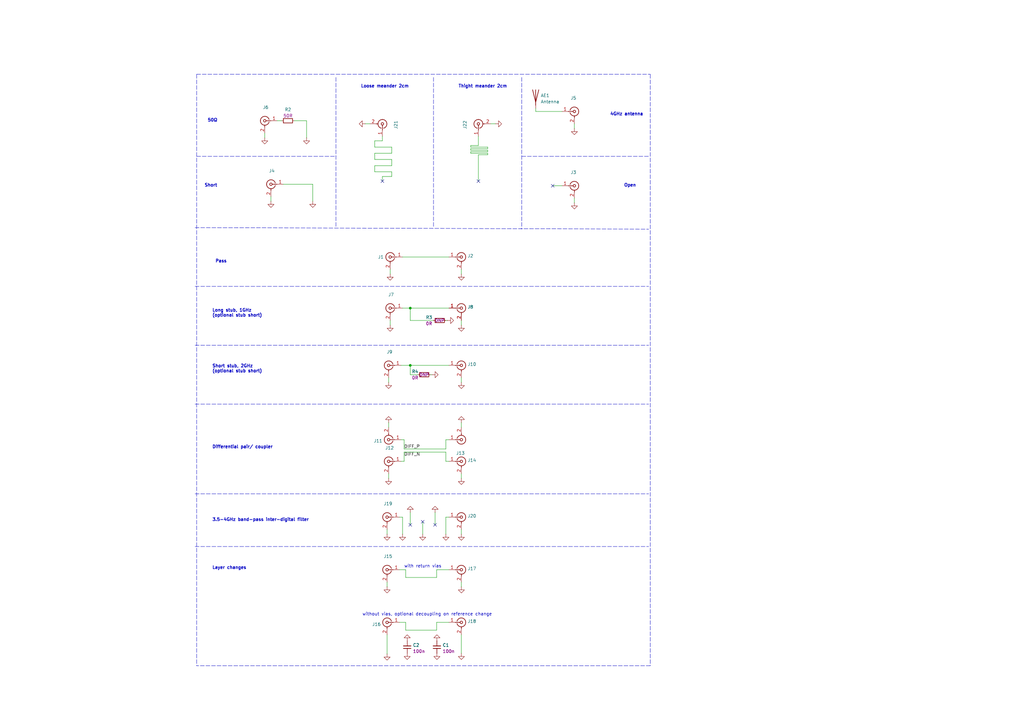
<source format=kicad_sch>
(kicad_sch (version 20211123) (generator eeschema)
  (paper "A3")
  (title_block (title "SI test board") (date "2023-11-03") (rev "1.0.1") (comment 1 "www.antmicro.com") (comment 2 "Antmicro"))
  (lib_symbols
    (symbol "Device:Antenna" (pin_numbers hide) (pin_names (offset 1.016) hide)
      (property "Reference" "AE" (at -1.905 1.905 0))
      (property "Value" "Antenna" (at -1.905 0 0))
      (symbol "Antenna_0_1"
        (polyline (pts (xy 0 2.54) (xy 0 -3.81)) (stroke (width 0.254)))
        (polyline (pts (xy 1.27 2.54) (xy 0 -2.54) (xy -1.27 2.54)) (stroke (width 0.254)))
      )
      (symbol "Antenna_1_1"
        (pin input line (at 0 -5.08 90) (length 2.54) (name "A") (number "1"))
      )
    )
    (symbol "antmicroCapacitors0402:C_100n_0402" (pin_numbers hide) (pin_names hide)
      (property "Reference" "C" (at 20.32 -5.08 0))
      (property "Val" "100n" (at 20.32 -7.62 0))
      (symbol "C_100n_0402_0_1"
        (polyline (pts (xy 2.032 -1.524) (xy 2.032 1.524)) (stroke (width 0.3048)))
        (polyline (pts (xy 3.048 -1.524) (xy 3.048 1.524)) (stroke (width 0.3302)))
      )
      (symbol "C_100n_0402_1_1"
        (pin passive line (at 0 0 0) (length 2.032) (name "~") (number "1"))
        (pin passive line (at 5.08 0 180) (length 2.032) (name "~") (number "2"))
      )
    )
    (symbol "antmicroCoaxialConnectorsRF:Conn_SMA_RF2-143-T-17-50-G" (pin_names hide)
      (property "Reference" "J" (at 20.32 -5.08 0))
      (property "Value" "Conn_SMA_RF2-143-T-17-50-G" (at 20.32 -7.62 0))
      (symbol "Conn_SMA_RF2-143-T-17-50-G_1_1"
        (polyline (pts (xy 2.54 0) (xy 4.572 0)) (stroke (width 0.254)))
        (polyline (pts (xy 5.08 -2.54) (xy 5.08 -1.778)) (stroke (width 0.254)))
        (arc (start 3.302 -0.508) (mid 5.302 -1.808) (end 6.858 0) (stroke (width 0.254)))
        (circle (center 5.08 0) (radius 0.508) (stroke (width 0.254)))
        (arc (start 6.858 0) (mid 5.302 1.8083) (end 3.302 0.508) (stroke (width 0.254)))
        (pin passive line (at 0 0 0) (length 2.54) (name "1") (number "1"))
        (pin passive line (at 5.08 -5.08 90) (length 2.54) (name "2") (number "2"))
      )
    )
    (symbol "antmicroResistors0402:R_50R_0402" (pin_numbers hide) (pin_names hide)
      (property "Reference" "R" (at 20.32 -5.08 0))
      (property "Val" "50R" (at 20.32 -7.62 0))
      (symbol "R_50R_0402_0_1"
        (rectangle (start 0.635 0.889) (end 4.445 -0.889) (stroke (width 0.254)))
      )
      (symbol "R_50R_0402_1_1"
        (pin passive line (at 0 0 0) (length 0.635) (name "~") (number "1"))
        (pin passive line (at 5.08 0 180) (length 0.635) (name "~") (number "2"))
      )
    )
    (symbol "antmicroResistorsmisc:R_0R_0201" (pin_numbers hide) (pin_names hide)
      (property "Reference" "R" (at 20.32 -5.08 0))
      (property "Val" "0R" (at 20.32 -7.62 0))
      (symbol "R_0R_0201_0_1"
        (rectangle (start 0.635 0.889) (end 4.445 -0.889) (stroke (width 0.254)))
      )
      (symbol "R_0R_0201_1_1"
        (pin passive line (at 0 0 0) (length 0.635) (name "~") (number "1"))
        (pin passive line (at 5.08 0 180) (length 0.635) (name "~") (number "2"))
      )
    )
    (symbol "antmicropower:GND" (power) (pin_numbers hide) (pin_names hide)
      (property "Value" "GND" (at 8.89 -5.08 0))
      (symbol "GND_1_1"
        (polyline (pts (xy 0 0) (xy 0 -1.27) (xy 1.27 -1.27) (xy 0 -2.54) (xy -1.27 -1.27) (xy 0 -1.27)))
        (pin power_in line (at 0 0 270) (length 0) (name "GND") (number "1"))
      )
    )
  )
  (junction (at 168.275 149.86))
  (junction (at 168.275 126.365))
  (no_connect (at 226.695 76.2))
  (no_connect (at 168.275 215.265))
  (no_connect (at 173.355 213.995))
  (no_connect (at 178.435 215.265))
  (no_connect (at 196.215 74.295))
  (no_connect (at 156.845 74.295))
  (wire (pts (xy 128.27 75.565) (xy 128.27 82.55)))
  (wire (pts (xy 160.655 60.325) (xy 160.655 62.865)))
  (wire (pts (xy 184.15 233.68) (xy 179.07 233.68)))
  (polyline (pts (xy 213.995 64.135) (xy 266.065 64.135)))
  (wire (pts (xy 160.655 65.405) (xy 160.655 67.945)))
  (wire (pts (xy 189.23 110.49) (xy 189.23 112.395)))
  (wire (pts (xy 165.735 189.23) (xy 164.465 189.23)))
  (wire (pts (xy 160.655 72.39) (xy 156.845 72.39)))
  (wire (pts (xy 173.355 213.995) (xy 173.355 219.075)))
  (wire (pts (xy 226.695 76.2) (xy 230.505 76.2)))
  (wire (pts (xy 164.465 149.86) (xy 168.275 149.86)))
  (wire (pts (xy 189.23 194.31) (xy 189.23 196.215)))
  (polyline (pts (xy 80.645 30.48) (xy 80.645 273.05)))
  (wire (pts (xy 189.23 131.445) (xy 189.23 133.35)))
  (wire (pts (xy 160.655 62.865) (xy 153.67 62.865)))
  (wire (pts (xy 184.15 212.09) (xy 182.88 212.09)))
  (wire (pts (xy 111.125 80.645) (xy 111.125 82.55)))
  (wire (pts (xy 179.07 258.445) (xy 179.07 255.27)))
  (wire (pts (xy 200.025 61.595) (xy 200.025 62.23)))
  (wire (pts (xy 158.75 260.35) (xy 158.75 268.224)))
  (wire (pts (xy 193.04 62.23) (xy 193.04 62.865)))
  (wire (pts (xy 165.735 185.42) (xy 182.88 185.42)))
  (wire (pts (xy 182.88 180.34) (xy 184.15 180.34)))
  (wire (pts (xy 200.025 62.865) (xy 200.025 63.5)))
  (wire (pts (xy 184.15 126.365) (xy 168.275 126.365)))
  (wire (pts (xy 179.07 233.68) (xy 179.07 236.855)))
  (wire (pts (xy 164.465 180.34) (xy 165.735 180.34)))
  (wire (pts (xy 203.2 50.8) (xy 201.295 50.8)))
  (wire (pts (xy 168.275 149.86) (xy 168.275 153.67)))
  (wire (pts (xy 159.385 175.26) (xy 159.385 173.355)))
  (wire (pts (xy 165.735 180.34) (xy 165.735 184.15)))
  (wire (pts (xy 159.385 154.94) (xy 159.385 156.845)))
  (polyline (pts (xy 80.01 224.155) (xy 266.065 224.155)))
  (wire (pts (xy 184.15 189.23) (xy 182.88 189.23)))
  (polyline (pts (xy 137.795 31.75) (xy 137.795 93.345)))
  (wire (pts (xy 158.75 217.17) (xy 158.75 219.075)))
  (wire (pts (xy 200.025 62.23) (xy 193.04 62.23)))
  (wire (pts (xy 171.45 153.67) (xy 168.275 153.67)))
  (wire (pts (xy 196.215 63.5) (xy 196.215 74.295)))
  (wire (pts (xy 193.04 61.595) (xy 200.025 61.595)))
  (wire (pts (xy 156.845 72.39) (xy 156.845 74.295)))
  (wire (pts (xy 193.04 59.69) (xy 193.04 60.325)))
  (polyline (pts (xy 80.645 64.135) (xy 137.795 64.135)))
  (polyline (pts (xy 80.01 141.605) (xy 266.065 141.605)))
  (wire (pts (xy 184.15 255.27) (xy 179.07 255.27)))
  (wire (pts (xy 182.88 212.09) (xy 182.88 219.075)))
  (wire (pts (xy 116.205 75.565) (xy 128.27 75.565)))
  (wire (pts (xy 168.275 210.185) (xy 168.275 215.265)))
  (wire (pts (xy 193.04 60.325) (xy 200.025 60.325)))
  (wire (pts (xy 153.67 70.485) (xy 160.655 70.485)))
  (wire (pts (xy 166.37 233.68) (xy 166.37 236.855)))
  (wire (pts (xy 113.665 49.53) (xy 115.57 49.53)))
  (wire (pts (xy 182.88 131.445) (xy 183.515 131.445)))
  (polyline (pts (xy 80.01 93.345) (xy 266.065 93.98)))
  (wire (pts (xy 168.275 131.445) (xy 177.8 131.445)))
  (wire (pts (xy 235.585 50.8) (xy 235.585 52.705)))
  (wire (pts (xy 168.275 149.86) (xy 184.15 149.86)))
  (wire (pts (xy 153.67 57.785) (xy 153.67 60.325)))
  (wire (pts (xy 158.75 238.76) (xy 158.75 240.665)))
  (wire (pts (xy 178.435 210.185) (xy 178.435 215.265)))
  (wire (pts (xy 219.71 45.72) (xy 230.505 45.72)))
  (wire (pts (xy 166.37 236.855) (xy 179.07 236.855)))
  (wire (pts (xy 200.025 60.96) (xy 193.04 60.96)))
  (wire (pts (xy 193.04 60.96) (xy 193.04 61.595)))
  (wire (pts (xy 160.655 70.485) (xy 160.655 72.39)))
  (wire (pts (xy 166.37 255.27) (xy 163.83 255.27)))
  (polyline (pts (xy 80.01 165.735) (xy 266.065 165.735)))
  (wire (pts (xy 193.04 62.865) (xy 200.025 62.865)))
  (wire (pts (xy 176.53 153.67) (xy 177.165 153.67)))
  (wire (pts (xy 200.025 63.5) (xy 196.215 63.5)))
  (wire (pts (xy 166.37 255.27) (xy 166.37 258.445)))
  (wire (pts (xy 235.585 81.28) (xy 235.585 83.185)))
  (wire (pts (xy 196.215 59.69) (xy 193.04 59.69)))
  (wire (pts (xy 163.83 212.09) (xy 165.1 212.09)))
  (wire (pts (xy 184.15 105.41) (xy 165.1 105.41)))
  (wire (pts (xy 166.37 258.445) (xy 179.07 258.445)))
  (polyline (pts (xy 177.8 31.75) (xy 177.8 93.345)))
  (wire (pts (xy 153.67 67.945) (xy 153.67 70.485)))
  (wire (pts (xy 153.67 60.325) (xy 160.655 60.325)))
  (wire (pts (xy 125.73 49.53) (xy 125.73 56.515)))
  (wire (pts (xy 156.845 55.88) (xy 156.845 57.785)))
  (wire (pts (xy 153.67 65.405) (xy 160.655 65.405)))
  (wire (pts (xy 165.735 189.23) (xy 165.735 185.42)))
  (wire (pts (xy 189.23 217.17) (xy 189.23 219.075)))
  (wire (pts (xy 151.765 50.8) (xy 149.86 50.8)))
  (wire (pts (xy 200.025 60.325) (xy 200.025 60.96)))
  (wire (pts (xy 182.88 184.15) (xy 182.88 180.34)))
  (polyline (pts (xy 80.01 117.475) (xy 266.065 117.475)))
  (wire (pts (xy 182.88 185.42) (xy 182.88 189.23)))
  (wire (pts (xy 189.23 175.26) (xy 189.23 173.355)))
  (wire (pts (xy 166.37 233.68) (xy 163.83 233.68)))
  (wire (pts (xy 189.23 154.94) (xy 189.23 156.845)))
  (wire (pts (xy 165.735 184.15) (xy 182.88 184.15)))
  (polyline (pts (xy 80.645 30.48) (xy 266.7 30.48)))
  (wire (pts (xy 153.67 62.865) (xy 153.67 65.405)))
  (polyline (pts (xy 80.01 202.565) (xy 266.065 202.565)))
  (wire (pts (xy 189.23 260.35) (xy 189.23 267.97)))
  (wire (pts (xy 156.845 57.785) (xy 153.67 57.785)))
  (wire (pts (xy 159.385 194.31) (xy 159.385 196.215)))
  (wire (pts (xy 108.585 54.61) (xy 108.585 56.515)))
  (wire (pts (xy 160.655 67.945) (xy 153.67 67.945)))
  (wire (pts (xy 189.23 238.76) (xy 189.23 240.665)))
  (polyline (pts (xy 266.7 30.48) (xy 266.7 273.05)))
  (wire (pts (xy 160.02 110.49) (xy 160.02 112.395)))
  (wire (pts (xy 219.71 44.45) (xy 219.71 45.72)))
  (wire (pts (xy 196.215 55.88) (xy 196.215 59.69)))
  (wire (pts (xy 120.65 49.53) (xy 125.73 49.53)))
  (wire (pts (xy 168.275 126.365) (xy 168.275 131.445)))
  (polyline (pts (xy 266.7 273.05) (xy 80.645 273.05)))
  (polyline (pts (xy 213.995 31.75) (xy 213.995 93.98)))
  (wire (pts (xy 160.02 131.445) (xy 160.02 133.35)))
  (wire (pts (xy 165.1 212.09) (xy 165.1 219.075)))
  (wire (pts (xy 168.275 126.365) (xy 165.1 126.365)))
  (text "3.5-4GHz band-pass inter-digital filter" (at 86.995 213.995 0) (effects (font (size 1.27 1.27) (thickness 0.254) bold) (justify left bottom)))
  (text "with return vias" (at 165.735 233.045 0) (effects (font (size 1.27 1.27)) (justify left bottom)))
  (text "Short stub, 2GHz\n(optional stub short)" (at 86.995 153.035 0) (effects (font (size 1.27 1.27) (thickness 0.254) bold) (justify left bottom)))
  (text "Thight meander 2cm" (at 187.96 36.195 0) (effects (font (size 1.27 1.27) (thickness 0.254) bold) (justify left bottom)))
  (text "Long stub, 1GHz \n(optional stub short)" (at 86.995 130.175 0) (effects (font (size 1.27 1.27) (thickness 0.254) bold) (justify left bottom)))
  (text "4GHz antenna" (at 250.19 47.625 0) (effects (font (size 1.27 1.27) (thickness 0.254) bold) (justify left bottom)))
  (text "Differential pair/ coupler" (at 86.995 184.15 0) (effects (font (size 1.27 1.27) (thickness 0.254) bold) (justify left bottom)))
  (text "Open" (at 255.905 76.835 0) (effects (font (size 1.27 1.27) (thickness 0.254) bold) (justify left bottom)))
  (text "Loose meander 2cm" (at 147.955 36.195 0) (effects (font (size 1.27 1.27) (thickness 0.254) bold) (justify left bottom)))
  (text "Short" (at 83.82 76.835 0) (effects (font (size 1.27 1.27) (thickness 0.254) bold) (justify left bottom)))
  (text "Layer changes" (at 86.995 233.68 0) (effects (font (size 1.27 1.27) (thickness 0.254) bold) (justify left bottom)))
  (text "without vias, optional decoupling on reference change" (at 148.59 252.73 0) (effects (font (size 1.27 1.27)) (justify left bottom)))
  (text "50Ω" (at 85.09 50.165 0) (effects (font (size 1.27 1.27) (thickness 0.254) bold) (justify left bottom)))
  (text "Pass" (at 88.265 107.95 0) (effects (font (size 1.27 1.27) (thickness 0.254) bold) (justify left bottom)))
  (label "DIFF_N" (at 165.735 187.325 0))
  (label "DIFF_P" (at 165.735 184.15 0))
  (symbol (lib_id "antmicropower:GND") (at 173.355 219.075 0) (mirror y) (unit 1)
    (property "Reference" "#PWR0133" (effects hide))
    (property "Value" "GND" (effects hide))
    (property "Author" "Antmicro" (effects hide))
    (property "License" "Apache-2.0" (effects hide))
  )
  (symbol (lib_id "antmicropower:GND") (at 160.02 133.35 0) (unit 1)
    (property "Reference" "#PWR0109" (effects hide))
    (property "Value" "GND" (effects hide))
    (property "Author" "Antmicro" (effects hide))
    (property "License" "Apache-2.0" (effects hide))
  )
  (symbol (lib_id "Device:Antenna") (at 219.71 39.37 0) (unit 1) (on_board no)
    (property "Reference" "AE1" (at 221.742 39.1703 0) (effects (justify left)))
    (property "Value" "Antenna" (at 221.742 41.7072 0) (effects (justify left)))
  )
  (symbol (lib_id "antmicropower:GND") (at 235.585 52.705 0) (mirror y) (unit 1)
    (property "Reference" "#PWR0106" (effects hide))
    (property "Value" "GND" (effects hide))
    (property "Author" "Antmicro" (effects hide))
    (property "License" "Apache-2.0" (effects hide))
  )
  (symbol (lib_id "antmicroCoaxialConnectorsRF:Conn_SMA_RF2-143-T-17-50-G") (at 184.15 180.34 0) (mirror x) (unit 1)
    (property "Reference" "J13" (at 188.8491 185.8516 0))
    (property "Value" "Conn_SMA_RF2-143-T-17-50-G" (effects hide))
    (property "Footprint" "antmicro-footprints:RF_SMA_BoardEdge_RF2-143-T-17-50-G" (effects hide))
    (property "Datasheet" "https://www.tme.eu/Document/613028b507cfc72671e78c1d2ad14b1d/RF2-154-T-17-50-G.pdf" (effects hide))
    (property "MPN" "RF2-143-T-17-50-G" (effects hide))
    (property "Manufacturer" "ADAM TECH" (effects hide))
    (property "Author" "Antmicro" (effects hide))
    (property "License" "Apache-2.0" (effects hide))
  )
  (symbol (lib_id "antmicroCoaxialConnectorsRF:Conn_SMA_RF2-143-T-17-50-G") (at 184.15 212.09 0) (unit 1)
    (property "Reference" "J20" (at 191.77 211.6161 0) (effects (justify left)))
    (property "Value" "Conn_SMA_RF2-143-T-17-50-G" (effects hide))
    (property "Footprint" "antmicro-footprints:RF_SMA_BoardEdge_RF2-143-T-17-50-G" (effects hide))
    (property "Datasheet" "https://www.tme.eu/Document/613028b507cfc72671e78c1d2ad14b1d/RF2-154-T-17-50-G.pdf" (effects hide))
    (property "MPN" "RF2-143-T-17-50-G" (effects hide))
    (property "Manufacturer" "ADAM TECH" (effects hide))
    (property "Author" "Antmicro" (effects hide))
    (property "License" "Apache-2.0" (effects hide))
  )
  (symbol (lib_id "antmicroResistors0402:R_50R_0402") (at 115.57 49.53 0) (unit 1)
    (property "Reference" "R2" (at 118.11 44.956 0))
    (property "Value" "R_50R_0402" (effects hide))
    (property "Footprint" "antmicro-footprints:R_0402_1005Metric" (effects hide))
    (property "Datasheet" "https://www.bourns.com/docs/product-datasheets/cr.pdf" (effects hide))
    (property "MPN" "CR0402-FX-50R0GLF" (effects hide))
    (property "Manufacturer" "Bourns" (effects hide))
    (property "License" "Apache-2.0" (effects hide))
    (property "Author" "Antmicro" (effects hide))
    (property "Val" "50R" (at 118.11 47.4797 0))
    (property "Tolerance" "1%" (effects hide))
  )
  (symbol (lib_id "antmicroCoaxialConnectorsRF:Conn_SMA_RF2-143-T-17-50-G") (at 184.15 189.23 0) (unit 1)
    (property "Reference" "J14" (at 191.77 188.7561 0) (effects (justify left)))
    (property "Value" "Conn_SMA_RF2-143-T-17-50-G" (effects hide))
    (property "Footprint" "antmicro-footprints:RF_SMA_BoardEdge_RF2-143-T-17-50-G" (effects hide))
    (property "Datasheet" "https://www.tme.eu/Document/613028b507cfc72671e78c1d2ad14b1d/RF2-154-T-17-50-G.pdf" (effects hide))
    (property "MPN" "RF2-143-T-17-50-G" (effects hide))
    (property "Manufacturer" "ADAM TECH" (effects hide))
    (property "Author" "Antmicro" (effects hide))
    (property "License" "Apache-2.0" (effects hide))
  )
  (symbol (lib_id "antmicropower:GND") (at 159.385 196.215 0) (unit 1)
    (property "Reference" "#PWR0116" (effects hide))
    (property "Value" "GND" (effects hide))
    (property "Author" "Antmicro" (effects hide))
    (property "License" "Apache-2.0" (effects hide))
  )
  (symbol (lib_id "antmicropower:GND") (at 189.23 156.845 0) (unit 1)
    (property "Reference" "#PWR0113" (effects hide))
    (property "Value" "GND" (effects hide))
    (property "Author" "Antmicro" (effects hide))
    (property "License" "Apache-2.0" (effects hide))
  )
  (symbol (lib_id "antmicropower:GND") (at 189.23 112.395 0) (unit 1)
    (property "Reference" "#PWR0102" (effects hide))
    (property "Value" "GND" (effects hide))
    (property "Author" "Antmicro" (effects hide))
    (property "License" "Apache-2.0" (effects hide))
  )
  (symbol (lib_id "antmicroCoaxialConnectorsRF:Conn_SMA_RF2-143-T-17-50-G") (at 163.83 255.27 0) (mirror y) (unit 1)
    (property "Reference" "J16" (at 156.2099 256.0579 0) (effects (justify left)))
    (property "Value" "Conn_SMA_RF2-143-T-17-50-G" (effects hide))
    (property "Footprint" "antmicro-footprints:RF_SMA_BoardEdge_RF2-143-T-17-50-G" (effects hide))
    (property "Datasheet" "https://www.tme.eu/Document/613028b507cfc72671e78c1d2ad14b1d/RF2-154-T-17-50-G.pdf" (effects hide))
    (property "MPN" "RF2-143-T-17-50-G" (effects hide))
    (property "Manufacturer" "ADAM TECH" (effects hide))
    (property "Author" "Antmicro" (effects hide))
    (property "License" "Apache-2.0" (effects hide))
  )
  (symbol (lib_id "antmicroCoaxialConnectorsRF:Conn_SMA_RF2-143-T-17-50-G") (at 184.15 233.68 0) (unit 1)
    (property "Reference" "J17" (at 191.77 233.2061 0) (effects (justify left)))
    (property "Value" "Conn_SMA_RF2-143-T-17-50-G" (effects hide))
    (property "Footprint" "antmicro-footprints:RF_SMA_BoardEdge_RF2-143-T-17-50-G" (effects hide))
    (property "Datasheet" "https://www.tme.eu/Document/613028b507cfc72671e78c1d2ad14b1d/RF2-154-T-17-50-G.pdf" (effects hide))
    (property "MPN" "RF2-143-T-17-50-G" (effects hide))
    (property "Manufacturer" "ADAM TECH" (effects hide))
    (property "Author" "Antmicro" (effects hide))
    (property "License" "Apache-2.0" (effects hide))
  )
  (symbol (lib_id "antmicropower:GND") (at 183.515 131.445 90) (unit 1)
    (property "Reference" "#PWR0114" (effects hide))
    (property "Value" "GND" (effects hide))
    (property "Author" "Antmicro" (effects hide))
    (property "License" "Apache-2.0" (effects hide))
  )
  (symbol (lib_id "antmicropower:GND") (at 165.1 219.075 0) (unit 1)
    (property "Reference" "#PWR0128" (effects hide))
    (property "Value" "GND" (effects hide))
    (property "Author" "Antmicro" (effects hide))
    (property "License" "Apache-2.0" (effects hide))
  )
  (symbol (lib_id "antmicropower:GND") (at 125.73 56.515 0) (unit 1)
    (property "Reference" "#PWR0110" (effects hide))
    (property "Value" "GND" (effects hide))
    (property "Author" "Antmicro" (effects hide))
    (property "License" "Apache-2.0" (effects hide))
  )
  (symbol (lib_id "antmicropower:GND") (at 167.005 262.89 180) (unit 1)
    (property "Reference" "#PWR0130" (effects hide))
    (property "Value" "GND" (effects hide))
    (property "Author" "Antmicro" (effects hide))
    (property "License" "Apache-2.0" (effects hide))
  )
  (symbol (lib_id "antmicropower:GND") (at 158.75 240.665 0) (unit 1)
    (property "Reference" "#PWR0123" (effects hide))
    (property "Value" "GND" (effects hide))
    (property "Author" "Antmicro" (effects hide))
    (property "License" "Apache-2.0" (effects hide))
  )
  (symbol (lib_id "antmicropower:GND") (at 159.385 156.845 0) (unit 1)
    (property "Reference" "#PWR0112" (effects hide))
    (property "Value" "GND" (effects hide))
    (property "Author" "Antmicro" (effects hide))
    (property "License" "Apache-2.0" (effects hide))
  )
  (symbol (lib_id "antmicropower:GND") (at 108.585 56.515 0) (unit 1)
    (property "Reference" "#PWR0108" (effects hide))
    (property "Value" "GND" (effects hide))
    (property "Author" "Antmicro" (effects hide))
    (property "License" "Apache-2.0" (effects hide))
  )
  (symbol (lib_id "antmicropower:GND") (at 111.125 82.55 0) (unit 1)
    (property "Reference" "#PWR0104" (effects hide))
    (property "Value" "GND" (effects hide))
    (property "Author" "Antmicro" (effects hide))
    (property "License" "Apache-2.0" (effects hide))
  )
  (symbol (lib_id "antmicroCoaxialConnectorsRF:Conn_SMA_RF2-143-T-17-50-G") (at 113.665 49.53 0) (mirror y) (unit 1)
    (property "Reference" "J6" (at 108.9659 44.0184 0))
    (property "Value" "Conn_SMA_RF2-143-T-17-50-G" (effects hide))
    (property "Footprint" "antmicro-footprints:RF_SMA_BoardEdge_RF2-143-T-17-50-G" (effects hide))
    (property "Datasheet" "https://www.tme.eu/Document/613028b507cfc72671e78c1d2ad14b1d/RF2-154-T-17-50-G.pdf" (effects hide))
    (property "MPN" "RF2-143-T-17-50-G" (effects hide))
    (property "Manufacturer" "ADAM TECH" (effects hide))
    (property "Author" "Antmicro" (effects hide))
    (property "License" "Apache-2.0" (effects hide))
  )
  (symbol (lib_id "antmicroCoaxialConnectorsRF:Conn_SMA_RF2-143-T-17-50-G") (at 165.1 126.365 0) (mirror y) (unit 1)
    (property "Reference" "J7" (at 160.4009 120.8534 0))
    (property "Value" "Conn_SMA_RF2-143-T-17-50-G" (effects hide))
    (property "Footprint" "antmicro-footprints:RF_SMA_BoardEdge_RF2-143-T-17-50-G" (effects hide))
    (property "Datasheet" "https://www.tme.eu/Document/613028b507cfc72671e78c1d2ad14b1d/RF2-154-T-17-50-G.pdf" (effects hide))
    (property "MPN" "RF2-143-T-17-50-G" (effects hide))
    (property "Manufacturer" "ADAM TECH" (effects hide))
    (property "Author" "Antmicro" (effects hide))
    (property "License" "Apache-2.0" (effects hide))
  )
  (symbol (lib_id "antmicropower:GND") (at 159.385 173.355 180) (unit 1)
    (property "Reference" "#PWR0117" (effects hide))
    (property "Value" "GND" (effects hide))
    (property "Author" "Antmicro" (effects hide))
    (property "License" "Apache-2.0" (effects hide))
  )
  (symbol (lib_id "antmicroCoaxialConnectorsRF:Conn_SMA_RF2-143-T-17-50-G") (at 184.15 105.41 0) (unit 1)
    (property "Reference" "J2" (at 191.77 104.9361 0) (effects (justify left)))
    (property "Value" "Conn_SMA_RF2-143-T-17-50-G" (effects hide))
    (property "Footprint" "antmicro-footprints:RF_SMA_BoardEdge_RF2-143-T-17-50-G" (effects hide))
    (property "Datasheet" "https://www.tme.eu/Document/613028b507cfc72671e78c1d2ad14b1d/RF2-154-T-17-50-G.pdf" (effects hide))
    (property "MPN" "RF2-143-T-17-50-G" (effects hide))
    (property "Manufacturer" "ADAM TECH" (effects hide))
    (property "Author" "Antmicro" (effects hide))
    (property "License" "Apache-2.0" (effects hide))
  )
  (symbol (lib_id "antmicroCoaxialConnectorsRF:Conn_SMA_RF2-143-T-17-50-G") (at 230.505 76.2 0) (unit 1)
    (property "Reference" "J3" (at 235.2041 70.6884 0))
    (property "Value" "Conn_SMA_RF2-143-T-17-50-G" (effects hide))
    (property "Footprint" "antmicro-footprints:RF_SMA_BoardEdge_RF2-143-T-17-50-G" (effects hide))
    (property "Datasheet" "https://www.tme.eu/Document/613028b507cfc72671e78c1d2ad14b1d/RF2-154-T-17-50-G.pdf" (effects hide))
    (property "MPN" "RF2-143-T-17-50-G" (effects hide))
    (property "Manufacturer" "ADAM TECH" (effects hide))
    (property "Author" "Antmicro" (effects hide))
    (property "License" "Apache-2.0" (effects hide))
  )
  (symbol (lib_id "antmicropower:GND") (at 160.02 112.395 0) (unit 1)
    (property "Reference" "#PWR0101" (effects hide))
    (property "Value" "GND" (effects hide))
    (property "Author" "Antmicro" (effects hide))
    (property "License" "Apache-2.0" (effects hide))
  )
  (symbol (lib_id "antmicropower:GND") (at 128.27 82.55 0) (unit 1)
    (property "Reference" "#PWR0103" (effects hide))
    (property "Value" "GND" (effects hide))
    (property "Author" "Antmicro" (effects hide))
    (property "License" "Apache-2.0" (effects hide))
  )
  (symbol (lib_id "antmicroCoaxialConnectorsRF:Conn_SMA_RF2-143-T-17-50-G") (at 116.205 75.565 0) (mirror y) (unit 1)
    (property "Reference" "J4" (at 111.5059 70.0534 0))
    (property "Value" "Conn_SMA_RF2-143-T-17-50-G" (effects hide))
    (property "Footprint" "antmicro-footprints:RF_SMA_BoardEdge_RF2-143-T-17-50-G" (effects hide))
    (property "Datasheet" "https://www.tme.eu/Document/613028b507cfc72671e78c1d2ad14b1d/RF2-154-T-17-50-G.pdf" (effects hide))
    (property "MPN" "RF2-143-T-17-50-G" (effects hide))
    (property "Manufacturer" "ADAM TECH" (effects hide))
    (property "Author" "Antmicro" (effects hide))
    (property "License" "Apache-2.0" (effects hide))
  )
  (symbol (lib_id "antmicroCoaxialConnectorsRF:Conn_SMA_RF2-143-T-17-50-G") (at 184.15 126.365 0) (unit 1)
    (property "Reference" "J8" (at 191.77 125.8911 0) (effects (justify left)))
    (property "Value" "Conn_SMA_RF2-143-T-17-50-G" (effects hide))
    (property "Footprint" "antmicro-footprints:RF_SMA_BoardEdge_RF2-143-T-17-50-G" (effects hide))
    (property "Datasheet" "https://www.tme.eu/Document/613028b507cfc72671e78c1d2ad14b1d/RF2-154-T-17-50-G.pdf" (effects hide))
    (property "MPN" "RF2-143-T-17-50-G" (effects hide))
    (property "Manufacturer" "ADAM TECH" (effects hide))
    (property "Author" "Antmicro" (effects hide))
    (property "License" "Apache-2.0" (effects hide))
  )
  (symbol (lib_id "antmicroResistorsmisc:R_0R_0201") (at 176.53 153.67 180) (unit 1)
    (property "Reference" "R4" (at 168.91 152.4 0) (effects (justify right)))
    (property "Value" "R_0R_0201" (effects hide))
    (property "Footprint" "antmicro-footprints:R_0201" (effects hide))
    (property "Datasheet" "https://www.bourns.com/docs/product-datasheets/cr.pdf" (effects hide))
    (property "MPN" "CR0201-FX-0R00GLF" (effects hide))
    (property "Manufacturer" "Bourns" (effects hide))
    (property "License" "Apache-2.0" (effects hide))
    (property "Author" "Antmicro" (effects hide))
    (property "Val" "0R" (at 168.91 154.94 0) (effects (justify right)))
    (property "Tolerance" "1%" (effects hide))
    (property "DNP" "DNP" (at 173.99 153.67 0))
  )
  (symbol (lib_id "antmicropower:GND") (at 179.197 267.97 0) (unit 1)
    (property "Reference" "#PWR0126" (effects hide))
    (property "Value" "GND" (effects hide))
    (property "Author" "Antmicro" (effects hide))
    (property "License" "Apache-2.0" (effects hide))
  )
  (symbol (lib_id "antmicropower:GND") (at 203.2 50.8 90) (mirror x) (unit 1)
    (property "Reference" "#PWR0127" (effects hide))
    (property "Value" "GND" (effects hide))
    (property "Author" "Antmicro" (effects hide))
    (property "License" "Apache-2.0" (effects hide))
  )
  (symbol (lib_id "antmicropower:GND") (at 189.23 219.075 0) (unit 1)
    (property "Reference" "#PWR0124" (effects hide))
    (property "Value" "GND" (effects hide))
    (property "Author" "Antmicro" (effects hide))
    (property "License" "Apache-2.0" (effects hide))
  )
  (symbol (lib_id "antmicroCoaxialConnectorsRF:Conn_SMA_RF2-143-T-17-50-G") (at 184.15 149.86 0) (unit 1)
    (property "Reference" "J10" (at 191.77 149.3861 0) (effects (justify left)))
    (property "Value" "Conn_SMA_RF2-143-T-17-50-G" (effects hide))
    (property "Footprint" "antmicro-footprints:RF_SMA_BoardEdge_RF2-143-T-17-50-G" (effects hide))
    (property "Datasheet" "https://www.tme.eu/Document/613028b507cfc72671e78c1d2ad14b1d/RF2-154-T-17-50-G.pdf" (effects hide))
    (property "MPN" "RF2-143-T-17-50-G" (effects hide))
    (property "Manufacturer" "ADAM TECH" (effects hide))
    (property "Author" "Antmicro" (effects hide))
    (property "License" "Apache-2.0" (effects hide))
  )
  (symbol (lib_id "antmicropower:GND") (at 189.23 133.35 0) (unit 1)
    (property "Reference" "#PWR0111" (effects hide))
    (property "Value" "GND" (effects hide))
    (property "Author" "Antmicro" (effects hide))
    (property "License" "Apache-2.0" (effects hide))
  )
  (symbol (lib_id "antmicroCoaxialConnectorsRF:Conn_SMA_RF2-143-T-17-50-G") (at 164.465 189.23 0) (mirror y) (unit 1)
    (property "Reference" "J12" (at 159.7659 183.7184 0))
    (property "Value" "Conn_SMA_RF2-143-T-17-50-G" (effects hide))
    (property "Footprint" "antmicro-footprints:RF_SMA_BoardEdge_RF2-143-T-17-50-G" (effects hide))
    (property "Datasheet" "https://www.tme.eu/Document/613028b507cfc72671e78c1d2ad14b1d/RF2-154-T-17-50-G.pdf" (effects hide))
    (property "MPN" "RF2-143-T-17-50-G" (effects hide))
    (property "Manufacturer" "ADAM TECH" (effects hide))
    (property "Author" "Antmicro" (effects hide))
    (property "License" "Apache-2.0" (effects hide))
  )
  (symbol (lib_id "antmicropower:GND") (at 168.275 210.185 0) (mirror x) (unit 1)
    (property "Reference" "#PWR0132" (effects hide))
    (property "Value" "GND" (effects hide))
    (property "Author" "Antmicro" (effects hide))
    (property "License" "Apache-2.0" (effects hide))
  )
  (symbol (lib_id "antmicropower:GND") (at 235.585 83.185 0) (mirror y) (unit 1)
    (property "Reference" "#PWR0105" (effects hide))
    (property "Value" "GND" (effects hide))
    (property "Author" "Antmicro" (effects hide))
    (property "License" "Apache-2.0" (effects hide))
  )
  (symbol (lib_id "antmicroCoaxialConnectorsRF:Conn_SMA_RF2-143-T-17-50-G") (at 184.15 255.27 0) (unit 1)
    (property "Reference" "J18" (at 191.77 254.7961 0) (effects (justify left)))
    (property "Value" "Conn_SMA_RF2-143-T-17-50-G" (effects hide))
    (property "Footprint" "antmicro-footprints:RF_SMA_BoardEdge_RF2-143-T-17-50-G" (effects hide))
    (property "Datasheet" "https://www.tme.eu/Document/613028b507cfc72671e78c1d2ad14b1d/RF2-154-T-17-50-G.pdf" (effects hide))
    (property "MPN" "RF2-143-T-17-50-G" (effects hide))
    (property "Manufacturer" "ADAM TECH" (effects hide))
    (property "Author" "Antmicro" (effects hide))
    (property "License" "Apache-2.0" (effects hide))
  )
  (symbol (lib_id "antmicropower:GND") (at 189.23 240.665 0) (unit 1)
    (property "Reference" "#PWR0120" (effects hide))
    (property "Value" "GND" (effects hide))
    (property "Author" "Antmicro" (effects hide))
    (property "License" "Apache-2.0" (effects hide))
  )
  (symbol (lib_id "antmicroCoaxialConnectorsRF:Conn_SMA_RF2-143-T-17-50-G") (at 230.505 45.72 0) (unit 1)
    (property "Reference" "J5" (at 235.2041 40.2084 0))
    (property "Value" "Conn_SMA_RF2-143-T-17-50-G" (effects hide))
    (property "Footprint" "antmicro-footprints:RF_SMA_BoardEdge_RF2-143-T-17-50-G" (effects hide))
    (property "Datasheet" "https://www.tme.eu/Document/613028b507cfc72671e78c1d2ad14b1d/RF2-154-T-17-50-G.pdf" (effects hide))
    (property "MPN" "RF2-143-T-17-50-G" (effects hide))
    (property "Manufacturer" "ADAM TECH" (effects hide))
    (property "Author" "Antmicro" (effects hide))
    (property "License" "Apache-2.0" (effects hide))
  )
  (symbol (lib_id "antmicropower:GND") (at 178.435 210.185 0) (mirror x) (unit 1)
    (property "Reference" "#PWR0135" (effects hide))
    (property "Value" "GND" (effects hide))
    (property "Author" "Antmicro" (effects hide))
    (property "License" "Apache-2.0" (effects hide))
  )
  (symbol (lib_id "antmicropower:GND") (at 179.197 262.89 180) (unit 1)
    (property "Reference" "#PWR0131" (effects hide))
    (property "Value" "GND" (effects hide))
    (property "Author" "Antmicro" (effects hide))
    (property "License" "Apache-2.0" (effects hide))
  )
  (symbol (lib_id "antmicropower:GND") (at 149.86 50.8 270) (unit 1)
    (property "Reference" "#PWR0107" (effects hide))
    (property "Value" "GND" (effects hide))
    (property "Author" "Antmicro" (effects hide))
    (property "License" "Apache-2.0" (effects hide))
  )
  (symbol (lib_id "antmicroCoaxialConnectorsRF:Conn_SMA_RF2-143-T-17-50-G") (at 164.465 149.86 0) (mirror y) (unit 1)
    (property "Reference" "J9" (at 159.7659 144.3484 0))
    (property "Value" "Conn_SMA_RF2-143-T-17-50-G" (effects hide))
    (property "Footprint" "antmicro-footprints:RF_SMA_BoardEdge_RF2-143-T-17-50-G" (effects hide))
    (property "Datasheet" "https://www.tme.eu/Document/613028b507cfc72671e78c1d2ad14b1d/RF2-154-T-17-50-G.pdf" (effects hide))
    (property "MPN" "RF2-143-T-17-50-G" (effects hide))
    (property "Manufacturer" "ADAM TECH" (effects hide))
    (property "Author" "Antmicro" (effects hide))
    (property "License" "Apache-2.0" (effects hide))
  )
  (symbol (lib_id "antmicropower:GND") (at 182.88 219.075 0) (mirror y) (unit 1)
    (property "Reference" "#PWR0134" (effects hide))
    (property "Value" "GND" (effects hide))
    (property "Author" "Antmicro" (effects hide))
    (property "License" "Apache-2.0" (effects hide))
  )
  (symbol (lib_id "antmicropower:GND") (at 189.23 173.355 180) (unit 1)
    (property "Reference" "#PWR0119" (effects hide))
    (property "Value" "GND" (effects hide))
    (property "Author" "Antmicro" (effects hide))
    (property "License" "Apache-2.0" (effects hide))
  )
  (symbol (lib_id "antmicropower:GND") (at 167.005 267.97 0) (unit 1)
    (property "Reference" "#PWR0129" (effects hide))
    (property "Value" "GND" (effects hide))
    (property "Author" "Antmicro" (effects hide))
    (property "License" "Apache-2.0" (effects hide))
  )
  (symbol (lib_id "antmicroResistorsmisc:R_0R_0201") (at 182.88 131.445 180) (unit 1)
    (property "Reference" "R3" (at 174.625 130.175 0) (effects (justify right)))
    (property "Value" "R_0R_0201" (effects hide))
    (property "Footprint" "antmicro-footprints:R_0201" (effects hide))
    (property "Datasheet" "https://www.bourns.com/docs/product-datasheets/cr.pdf" (effects hide))
    (property "MPN" "CR0201-FX-0R00GLF" (effects hide))
    (property "Manufacturer" "Bourns" (effects hide))
    (property "License" "Apache-2.0" (effects hide))
    (property "Author" "Antmicro" (effects hide))
    (property "Val" "0R" (at 174.625 132.715 0) (effects (justify right)))
    (property "Tolerance" "1%" (effects hide))
    (property "DNP" "DNP" (at 180.34 131.445 0))
  )
  (symbol (lib_id "antmicroCoaxialConnectorsRF:Conn_SMA_RF2-143-T-17-50-G") (at 163.83 233.68 0) (mirror y) (unit 1)
    (property "Reference" "J15" (at 159.1309 228.1684 0))
    (property "Value" "Conn_SMA_RF2-143-T-17-50-G" (effects hide))
    (property "Footprint" "antmicro-footprints:RF_SMA_BoardEdge_RF2-143-T-17-50-G" (effects hide))
    (property "Datasheet" "https://www.tme.eu/Document/613028b507cfc72671e78c1d2ad14b1d/RF2-154-T-17-50-G.pdf" (effects hide))
    (property "MPN" "RF2-143-T-17-50-G" (effects hide))
    (property "Manufacturer" "ADAM TECH" (effects hide))
    (property "Author" "Antmicro" (effects hide))
    (property "License" "Apache-2.0" (effects hide))
  )
  (symbol (lib_id "antmicropower:GND") (at 189.23 196.215 0) (unit 1)
    (property "Reference" "#PWR0118" (effects hide))
    (property "Value" "GND" (effects hide))
    (property "Author" "Antmicro" (effects hide))
    (property "License" "Apache-2.0" (effects hide))
  )
  (symbol (lib_id "antmicroCapacitors0402:C_100n_0402") (at 167.005 267.97 90) (unit 1)
    (property "Reference" "C2" (at 169.3291 264.593 90) (effects (justify right)))
    (property "Value" "C_100n_0402" (effects hide))
    (property "Footprint" "antmicro-footprints:C_0402_1005Metric" (effects hide))
    (property "Datasheet" "https://search.murata.co.jp/Ceramy/image/img/A01X/G101/ENG/GRM155R61H104KE14-01.pdf" (effects hide))
    (property "MPN" "GRM155R61H104KE14D" (effects hide))
    (property "Manufacturer" "Murata" (effects hide))
    (property "License" "Apache-2.0" (effects hide))
    (property "Author" "Antmicro" (effects hide))
    (property "Val" "100n" (at 169.3291 267.1167 90) (effects (justify right)))
    (property "Voltage" "50V" (effects hide))
    (property "Dielectric" "X5R" (effects hide))
  )
  (symbol (lib_id "antmicroCoaxialConnectorsRF:Conn_SMA_RF2-143-T-17-50-G") (at 164.465 180.34 180) (unit 1)
    (property "Reference" "J11" (at 156.845 180.8139 0) (effects (justify left)))
    (property "Value" "Conn_SMA_RF2-143-T-17-50-G" (effects hide))
    (property "Footprint" "antmicro-footprints:RF_SMA_BoardEdge_RF2-143-T-17-50-G" (effects hide))
    (property "Datasheet" "https://www.tme.eu/Document/613028b507cfc72671e78c1d2ad14b1d/RF2-154-T-17-50-G.pdf" (effects hide))
    (property "MPN" "RF2-143-T-17-50-G" (effects hide))
    (property "Manufacturer" "ADAM TECH" (effects hide))
    (property "Author" "Antmicro" (effects hide))
    (property "License" "Apache-2.0" (effects hide))
  )
  (symbol (lib_id "antmicroCoaxialConnectorsRF:Conn_SMA_RF2-143-T-17-50-G") (at 156.845 55.88 270) (mirror x) (unit 1)
    (property "Reference" "J21" (at 162.3566 51.1809 0))
    (property "Value" "Conn_SMA_RF2-143-T-17-50-G" (effects hide))
    (property "Footprint" "antmicro-footprints:RF_SMA_BoardEdge_RF2-143-T-17-50-G" (effects hide))
    (property "Datasheet" "https://www.tme.eu/Document/613028b507cfc72671e78c1d2ad14b1d/RF2-154-T-17-50-G.pdf" (effects hide))
    (property "MPN" "RF2-143-T-17-50-G" (effects hide))
    (property "Manufacturer" "ADAM TECH" (effects hide))
    (property "Author" "Antmicro" (effects hide))
    (property "License" "Apache-2.0" (effects hide))
  )
  (symbol (lib_id "antmicroCoaxialConnectorsRF:Conn_SMA_RF2-143-T-17-50-G") (at 163.83 212.09 0) (mirror y) (unit 1)
    (property "Reference" "J19" (at 159.1309 206.5784 0))
    (property "Value" "Conn_SMA_RF2-143-T-17-50-G" (effects hide))
    (property "Footprint" "antmicro-footprints:RF_SMA_BoardEdge_RF2-143-T-17-50-G" (effects hide))
    (property "Datasheet" "https://www.tme.eu/Document/613028b507cfc72671e78c1d2ad14b1d/RF2-154-T-17-50-G.pdf" (effects hide))
    (property "MPN" "RF2-143-T-17-50-G" (effects hide))
    (property "Manufacturer" "ADAM TECH" (effects hide))
    (property "Author" "Antmicro" (effects hide))
    (property "License" "Apache-2.0" (effects hide))
  )
  (symbol (lib_id "antmicropower:GND") (at 158.75 268.224 0) (unit 1)
    (property "Reference" "#PWR0122" (effects hide))
    (property "Value" "GND" (effects hide))
    (property "Author" "Antmicro" (effects hide))
    (property "License" "Apache-2.0" (effects hide))
  )
  (symbol (lib_id "antmicropower:GND") (at 177.165 153.67 90) (unit 1)
    (property "Reference" "#PWR0115" (effects hide))
    (property "Value" "GND" (effects hide))
    (property "Author" "Antmicro" (effects hide))
    (property "License" "Apache-2.0" (effects hide))
  )
  (symbol (lib_id "antmicroCoaxialConnectorsRF:Conn_SMA_RF2-143-T-17-50-G") (at 196.215 55.88 90) (unit 1)
    (property "Reference" "J22" (at 190.7034 51.1809 0))
    (property "Value" "Conn_SMA_RF2-143-T-17-50-G" (effects hide))
    (property "Footprint" "antmicro-footprints:RF_SMA_BoardEdge_RF2-143-T-17-50-G" (effects hide))
    (property "Datasheet" "https://www.tme.eu/Document/613028b507cfc72671e78c1d2ad14b1d/RF2-154-T-17-50-G.pdf" (effects hide))
    (property "MPN" "RF2-143-T-17-50-G" (effects hide))
    (property "Manufacturer" "ADAM TECH" (effects hide))
    (property "Author" "Antmicro" (effects hide))
    (property "License" "Apache-2.0" (effects hide))
  )
  (symbol (lib_id "antmicroCapacitors0402:C_100n_0402") (at 179.197 267.97 90) (unit 1)
    (property "Reference" "C1" (at 181.5211 264.593 90) (effects (justify right)))
    (property "Value" "C_100n_0402" (effects hide))
    (property "Footprint" "antmicro-footprints:C_0402_1005Metric" (effects hide))
    (property "Datasheet" "https://search.murata.co.jp/Ceramy/image/img/A01X/G101/ENG/GRM155R61H104KE14-01.pdf" (effects hide))
    (property "MPN" "GRM155R61H104KE14D" (effects hide))
    (property "Manufacturer" "Murata" (effects hide))
    (property "License" "Apache-2.0" (effects hide))
    (property "Author" "Antmicro" (effects hide))
    (property "Val" "100n" (at 181.5211 267.1167 90) (effects (justify right)))
    (property "Voltage" "50V" (effects hide))
    (property "Dielectric" "X5R" (effects hide))
  )
  (symbol (lib_id "antmicropower:GND") (at 189.23 267.97 0) (unit 1)
    (property "Reference" "#PWR0121" (effects hide))
    (property "Value" "GND" (effects hide))
    (property "Author" "Antmicro" (effects hide))
    (property "License" "Apache-2.0" (effects hide))
  )
  (symbol (lib_id "antmicroCoaxialConnectorsRF:Conn_SMA_RF2-143-T-17-50-G") (at 165.1 105.41 0) (mirror y) (unit 1)
    (property "Reference" "J1" (at 156.21 105.41 0))
    (property "Value" "Conn_SMA_RF2-143-T-17-50-G" (effects hide))
    (property "Footprint" "antmicro-footprints:RF_SMA_BoardEdge_RF2-143-T-17-50-G" (effects hide))
    (property "Datasheet" "https://www.tme.eu/Document/613028b507cfc72671e78c1d2ad14b1d/RF2-154-T-17-50-G.pdf" (effects hide))
    (property "MPN" "RF2-143-T-17-50-G" (effects hide))
    (property "Manufacturer" "ADAM TECH" (effects hide))
    (property "Author" "Antmicro" (effects hide))
    (property "License" "Apache-2.0" (effects hide))
  )
  (symbol (lib_id "antmicropower:GND") (at 158.75 219.075 0) (unit 1)
    (property "Reference" "#PWR0125" (effects hide))
    (property "Value" "GND" (effects hide))
    (property "Author" "Antmicro" (effects hide))
    (property "License" "Apache-2.0" (effects hide))
  )
)
</source>
